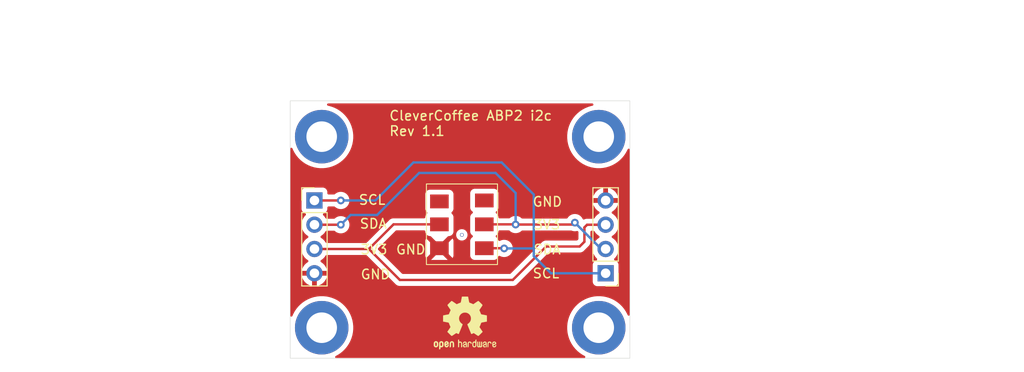
<source format=kicad_pcb>
(kicad_pcb (version 20241229) (generator "pcbnew") (generator_version "9.0")
  (title_block (comment 4 "AISLER Project ID: LHCBXWYG"))
  (layers (0 "F.Cu" signal) (2 "B.Cu" signal) (13 "F.Paste" user) (15 "B.Paste" user) (5 "F.SilkS" user "F.Silkscreen") (7 "B.SilkS" user "B.Silkscreen") (1 "F.Mask" user) (3 "B.Mask" user) (25 "Edge.Cuts" user))
  (net 0 "")
  (net 1 "GND")
  (net 2 "3V3")
  (net 5 "SDA")
  (net 6 "SCL")
  (footprint "Connector_PinHeader_2.54mm:PinHeader_1x04_P2.54mm_Vertical" (layer "F.Cu") (at 142.24 106.68)
    (property "Reference" "J1" (hide yes))
    (property "Value" "Screw_Terminal_01x04")
    (fp_line (start -1.33 -1.33) (end 0 -1.33) (stroke (width 0.12)) (layer "F.SilkS"))
    (fp_line (start -1.33 0) (end -1.33 -1.33) (stroke (width 0.12)) (layer "F.SilkS"))
    (fp_line (start -1.33 1.27) (end -1.33 8.95) (stroke (width 0.12)) (layer "F.SilkS"))
    (fp_line (start -1.33 1.27) (end 1.33 1.27) (stroke (width 0.12)) (layer "F.SilkS"))
    (fp_line (start -1.33 8.95) (end 1.33 8.95) (stroke (width 0.12)) (layer "F.SilkS"))
    (fp_line (start 1.33 1.27) (end 1.33 8.95) (stroke (width 0.12)) (layer "F.SilkS"))
    (pad "1" thru_hole rect (at 0 0) (size 1.7 1.7) (drill 1) (layers "*.Cu" "*.Mask") (net 6 "SCL"))
    (pad "2" thru_hole oval (at 0 2.54) (size 1.7 1.7) (drill 1) (layers "*.Cu" "*.Mask") (net 5 "SDA"))
    (pad "3" thru_hole oval (at 0 5.08) (size 1.7 1.7) (drill 1) (layers "*.Cu" "*.Mask") (net 2 "3V3"))
    (pad "4" thru_hole oval (at 0 7.62) (size 1.7 1.7) (drill 1) (layers "*.Cu" "*.Mask") (net 1 "GND"))
  )
  (footprint "custom:ABP2LANT010BG2A3XX" (layer "F.Cu") (at 154.07 113.28 90)
    (property "Reference" "S1" (hide yes))
    (property "Value" "ABP2LANT010BG2A3XX")
    (fp_rect (start -0.11 -0.11) (end 8.33 7.33) (stroke (width 0.1)) (fill no) (layer "F.SilkS"))
    (pad "" thru_hole custom (at 3 3.6 90) (size 0.4 0.4) (drill 0.3) (layers "*.Cu" "*.Mask") (clearance 0.39) (options (clearance outline) (anchor circle)) (primitives))
    (pad "1" smd rect (at 1.6 1.25 90) (size 1.45 1.95) (layers "F.Cu" "F.Mask" "F.Paste") (net 1 "GND"))
    (pad "2" smd rect (at 4.1 1.25 90) (size 1.45 1.95) (layers "F.Cu" "F.Mask" "F.Paste") (net 2 "3V3"))
    (pad "3" smd rect (at 6.5 1.25 90) (size 1.45 1.95) (layers "F.Cu" "F.Mask" "F.Paste"))
    (pad "4" smd rect (at 6.6 5.95 90) (size 1.45 1.95) (layers "F.Cu" "F.Mask" "F.Paste"))
    (pad "5" smd rect (at 4.1 5.95 90) (size 1.45 1.95) (layers "F.Cu" "F.Mask" "F.Paste") (net 5 "SDA"))
    (pad "6" smd rect (at 1.6 5.95 90) (size 1.45 1.95) (layers "F.Cu" "F.Mask" "F.Paste") (net 6 "SCL"))
  )
  (footprint "Connector_PinHeader_2.54mm:PinHeader_1x04_P2.54mm_Vertical" (layer "F.Cu") (at 172.72 114.3 180)
    (property "Reference" "J2" (hide yes))
    (property "Value" "Screw_Terminal_01x04")
    (fp_line (start 1.33 1.27) (end 1.33 8.95) (stroke (width 0.12)) (layer "F.SilkS"))
    (fp_line (start -1.33 8.95) (end 1.33 8.95) (stroke (width 0.12)) (layer "F.SilkS"))
    (fp_line (start -1.33 1.27) (end 1.33 1.27) (stroke (width 0.12)) (layer "F.SilkS"))
    (fp_line (start -1.33 1.27) (end -1.33 8.95) (stroke (width 0.12)) (layer "F.SilkS"))
    (fp_line (start -1.33 0) (end -1.33 -1.33) (stroke (width 0.12)) (layer "F.SilkS"))
    (fp_line (start -1.33 -1.33) (end 0 -1.33) (stroke (width 0.12)) (layer "F.SilkS"))
    (pad "1" thru_hole rect (at 0 0 180) (size 1.7 1.7) (drill 1) (layers "*.Cu" "*.Mask") (net 6 "SCL"))
    (pad "2" thru_hole oval (at 0 2.54 180) (size 1.7 1.7) (drill 1) (layers "*.Cu" "*.Mask") (net 5 "SDA"))
    (pad "3" thru_hole oval (at 0 5.08 180) (size 1.7 1.7) (drill 1) (layers "*.Cu" "*.Mask") (net 2 "3V3"))
    (pad "4" thru_hole oval (at 0 7.62 180) (size 1.7 1.7) (drill 1) (layers "*.Cu" "*.Mask") (net 1 "GND"))
  )
  (footprint "MountingHole:MountingHole_3.2mm_M3_DIN965_Pad" (layer "F.Cu") (at 143 120)
    (property "Reference" "REF**" (hide yes))
    (property "Value" "MountingHole_3.2mm_M3_DIN965_Pad")
    (pad "1" thru_hole circle (at 0 0) (size 5.6 5.6) (drill 3.2) (layers "*.Cu" "*.Mask"))
  )
  (footprint "MountingHole:MountingHole_3.2mm_M3_DIN965_Pad" (layer "F.Cu") (at 172 120)
    (property "Reference" "REF**" (hide yes))
    (property "Value" "MountingHole_3.2mm_M3_DIN965_Pad")
    (pad "1" thru_hole circle (at 0 0) (size 5.6 5.6) (drill 3.2) (layers "*.Cu" "*.Mask"))
  )
  (footprint "MountingHole:MountingHole_3.2mm_M3_DIN965_Pad" (layer "F.Cu") (at 143 100)
    (property "Reference" "REF**" (hide yes))
    (property "Value" "MountingHole_3.2mm_M3_DIN965_Pad")
    (pad "1" thru_hole circle (at 0 0) (size 5.6 5.6) (drill 3.2) (layers "*.Cu" "*.Mask"))
  )
  (footprint "MountingHole:MountingHole_3.2mm_M3_DIN965_Pad" (layer "F.Cu") (at 172 100)
    (property "Reference" "REF**" (hide yes))
    (property "Value" "MountingHole_3.2mm_M3_DIN965_Pad")
    (pad "1" thru_hole circle (at 0 0) (size 5.6 5.6) (drill 3.2) (layers "*.Cu" "*.Mask"))
  )
  (footprint "Symbol:OSHW-Logo2_7.3x6mm_SilkScreen" (layer "F.Cu") (at 158 119.5)
    (property "Reference" "REF**" (hide yes))
    (property "Value" "OSHW-Logo2_7.3x6mm_SilkScreen" (hide yes))
    (fp_poly (pts (xy 2.6526 1.958752) (xy 2.669948 1.966334) (xy 2.711356 1.999128) (xy 2.746765 2.046547) (xy 2.768664 2.097151) (xy 2.772229 2.122098) (xy 2.760279 2.156927) (xy 2.734067 2.175357) (xy 2.705964 2.186516) (xy 2.693095 2.188572) (xy 2.686829 2.173649) (xy 2.674456 2.141175) (xy 2.669028 2.126502) (xy 2.63859 2.075744) (xy 2.59452 2.050427) (xy 2.53801 2.051206) (xy 2.533825 2.052203) (xy 2.503655 2.066507) (xy 2.481476 2.094393) (xy 2.466327 2.139287) (xy 2.45725 2.204615) (xy 2.453286 2.293804) (xy 2.452914 2.341261) (xy 2.45273 2.416071) (xy 2.451522 2.467069) (xy 2.448309 2.499471) (xy 2.442109 2.518495) (xy 2.43194 2.529356) (xy 2.416819 2.537272) (xy 2.415946 2.53767) (xy 2.386828 2.549981) (xy 2.372403 2.554514) (xy 2.370186 2.540809) (xy 2.368289 2.502925) (xy 2.366847 2.445715) (xy 2.365998 2.374027) (xy 2.365829 2.321565) (xy 2.366692 2.220047) (xy 2.37007 2.143032) (xy 2.377142 2.086023) (xy 2.389088 2.044526) (xy 2.40709 2.014043) (xy 2.432327 1.99008) (xy 2.457247 1.973355) (xy 2.517171 1.951097) (xy 2.586911 1.946076) (xy 2.6526 1.958752)) (stroke (width 0.01)) (fill yes) (layer "F.SilkS"))
    (fp_poly (pts (xy -1.283907 1.92778) (xy -1.237328 1.954723) (xy -1.204943 1.981466) (xy -1.181258 2.009484) (xy -1.164941 2.043748) (xy -1.154661 2.089227) (xy -1.149086 2.150892) (xy -1.146884 2.233711) (xy -1.146629 2.293246) (xy -1.146629 2.512391) (xy -1.208314 2.540044) (xy -1.27 2.567697) (xy -1.277257 2.32767) (xy -1.280256 2.238028) (xy -1.283402 2.172962) (xy -1.287299 2.128026) (xy -1.292553 2.09877) (xy -1.299769 2.080748) (xy -1.30955 2.069511) (xy -1.312688 2.067079) (xy -1.360239 2.048083) (xy -1.408303 2.0556) (xy -1.436914 2.075543) (xy -1.448553 2.089675) (xy -1.456609 2.10822) (xy -1.461729 2.136334) (xy -1.464559 2.179173) (xy -1.465744 2.241895) (xy -1.465943 2.307261) (xy -1.465982 2.389268) (xy -1.467386 2.447316) (xy -1.472086 2.486465) (xy -1.482013 2.51178) (xy -1.499097 2.528323) (xy -1.525268 2.541156) (xy -1.560225 2.554491) (xy -1.598404 2.569007) (xy -1.593859 2.311389) (xy -1.592029 2.218519) (xy -1.589888 2.149889) (xy -1.586819 2.100711) (xy -1.582206 2.066198) (xy -1.575432 2.041562) (xy -1.565881 2.022016) (xy -1.554366 2.00477) (xy -1.49881 1.94968) (xy -1.43102 1.917822) (xy -1.357287 1.910191) (xy -1.283907 1.92778)) (stroke (width 0.01)) (fill yes) (layer "F.SilkS"))
    (fp_poly (pts (xy 0.529926 1.949755) (xy 0.595858 1.974084) (xy 0.649273 2.017117) (xy 0.670164 2.047409) (xy 0.692939 2.102994) (xy 0.692466 2.143186) (xy 0.668562 2.170217) (xy 0.659717 2.174813) (xy 0.62153 2.189144) (xy 0.602028 2.185472) (xy 0.595422 2.161407) (xy 0.595086 2.148114) (xy 0.582992 2.09921) (xy 0.551471 2.064999) (xy 0.507659 2.048476) (xy 0.458695 2.052634) (xy 0.418894 2.074227) (xy 0.40545 2.086544) (xy 0.395921 2.101487) (xy 0.389485 2.124075) (xy 0.385317 2.159328) (xy 0.382597 2.212266) (xy 0.380502 2.287907) (xy 0.37996 2.311857) (xy 0.377981 2.39379) (xy 0.375731 2.451455) (xy 0.372357 2.489608) (xy 0.367006 2.513004) (xy 0.358824 2.526398) (xy 0.346959 2.534545) (xy 0.339362 2.538144) (xy 0.307102 2.550452) (xy 0.288111 2.554514) (xy 0.281836 2.540948) (xy 0.278006 2.499934) (xy 0.2766 2.430999) (xy 0.277598 2.333669) (xy 0.277908 2.318657) (xy 0.280101 2.229859) (xy 0.282693 2.165019) (xy 0.286382 2.119067) (xy 0.291864 2.086935) (xy 0.299835 2.063553) (xy 0.310993 2.043852) (xy 0.31683 2.03541) (xy 0.350296 1.998057) (xy 0.387727 1.969003) (xy 0.392309 1.966467) (xy 0.459426 1.946443) (xy 0.529926 1.949755)) (stroke (width 0.01)) (fill yes) (layer "F.SilkS"))
    (fp_poly (pts (xy -0.624114 1.851289) (xy -0.619861 1.910613) (xy -0.614975 1.945572) (xy -0.608205 1.96082) (xy -0.598298 1.961015) (xy -0.595086 1.959195) (xy -0.552356 1.946015) (xy -0.496773 1.946785) (xy -0.440263 1.960333) (xy -0.404918 1.977861) (xy -0.368679 2.005861) (xy -0.342187 2.037549) (xy -0.324001 2.077813) (xy -0.312678 2.131543) (xy -0.306778 2.203626) (xy -0.304857 2.298951) (xy -0.304823 2.317237) (xy -0.3048 2.522646) (xy -0.350509 2.53858) (xy -0.382973 2.54942) (xy -0.400785 2.554468) (xy -0.401309 2.554514) (xy -0.403063 2.540828) (xy -0.404556 2.503076) (xy -0.405674 2.446224) (xy -0.406303 2.375234) (xy -0.4064 2.332073) (xy -0.406602 2.246973) (xy -0.407642 2.185981) (xy -0.410169 2.144177) (xy -0.414836 2.116642) (xy -0.422293 2.098456) (xy -0.433189 2.084698) (xy -0.439993 2.078073) (xy -0.486728 2.051375) (xy -0.537728 2.049375) (xy -0.583999 2.071955) (xy -0.592556 2.080107) (xy -0.605107 2.095436) (xy -0.613812 2.113618) (xy -0.619369 2.139909) (xy -0.622474 2.179562) (xy -0.623824 2.237832) (xy -0.624114 2.318173) (xy -0.624114 2.522646) (xy -0.669823 2.53858) (xy -0.702287 2.54942) (xy -0.720099 2.554468) (xy -0.720623 2.554514) (xy -0.721963 2.540623) (xy -0.723172 2.501439) (xy -0.724199 2.4407) (xy -0.724998 2.362141) (xy -0.725519 2.269498) (xy -0.725714 2.166509) (xy -0.725714 1.769342) (xy -0.678543 1.749444) (xy -0.631371 1.729547) (xy -0.624114 1.851289)) (stroke (width 0.01)) (fill yes) (layer "F.SilkS"))
    (fp_poly (pts (xy 1.779833 1.958663) (xy 1.782048 1.99685) (xy 1.783784 2.054886) (xy 1.784899 2.12818) (xy 1.785257 2.205055) (xy 1.785257 2.465196) (xy 1.739326 2.511127) (xy 1.707675 2.539429) (xy 1.67989 2.550893) (xy 1.641915 2.550168) (xy 1.62684 2.548321) (xy 1.579726 2.542948) (xy 1.540756 2.539869) (xy 1.531257 2.539585) (xy 1.499233 2.541445) (xy 1.453432 2.546114) (xy 1.435674 2.548321) (xy 1.392057 2.551735) (xy 1.362745 2.54432) (xy 1.33368 2.521427) (xy 1.323188 2.511127) (xy 1.277257 2.465196) (xy 1.277257 1.978602) (xy 1.314226 1.961758) (xy 1.346059 1.949282) (xy 1.364683 1.944914) (xy 1.369458 1.958718) (xy 1.373921 1.997286) (xy 1.377775 2.056356) (xy 1.380722 2.131663) (xy 1.382143 2.195286) (xy 1.386114 2.445657) (xy 1.420759 2.450556) (xy 1.452268 2.447131) (xy 1.467708 2.436041) (xy 1.472023 2.415308) (xy 1.475708 2.371145) (xy 1.478469 2.309146) (xy 1.480012 2.234909) (xy 1.480235 2.196706) (xy 1.480457 1.976783) (xy 1.526166 1.960849) (xy 1.558518 1.950015) (xy 1.576115 1.944962) (xy 1.576623 1.944914) (xy 1.578388 1.958648) (xy 1.580329 1.99673) (xy 1.582282 2.054482) (xy 1.584084 2.127227) (xy 1.585343 2.195286) (xy 1.589314 2.445657) (xy 1.6764 2.445657) (xy 1.680396 2.21724) (xy 1.684392 1.988822) (xy 1.726847 1.966868) (xy 1.758192 1.951793) (xy 1.776744 1.944951) (xy 1.777279 1.944914) (xy 1.779833 1.958663)) (stroke (width 0.01)) (fill yes) (layer "F.SilkS"))
    (fp_poly (pts (xy -2.958885 1.921962) (xy -2.890855 1.957733) (xy -2.840649 2.015301) (xy -2.822815 2.052312) (xy -2.808937 2.107882) (xy -2.801833 2.178096) (xy -2.80116 2.254727) (xy -2.806573 2.329552) (xy -2.81773 2.394342) (xy -2.834286 2.440873) (xy -2.839374 2.448887) (xy -2.899645 2.508707) (xy -2.971231 2.544535) (xy -3.048908 2.55502) (xy -3.127452 2.53881) (xy -3.149311 2.529092) (xy -3.191878 2.499143) (xy -3.229237 2.459433) (xy -3.232768 2.454397) (xy -3.247119 2.430124) (xy -3.256606 2.404178) (xy -3.26221 2.370022) (xy -3.264914 2.321119) (xy -3.265701 2.250935) (xy -3.265714 2.2352) (xy -3.265678 2.230192) (xy -3.120571 2.230192) (xy -3.119727 2.29643) (xy -3.116404 2.340386) (xy -3.109417 2.368779) (xy -3.097584 2.388325) (xy -3.091543 2.394857) (xy -3.056814 2.41968) (xy -3.023097 2.418548) (xy -2.989005 2.397016) (xy -2.968671 2.374029) (xy -2.956629 2.340478) (xy -2.949866 2.287569) (xy -2.949402 2.281399) (xy -2.948248 2.185513) (xy -2.960312 2.114299) (xy -2.98543 2.068194) (xy -3.02344 2.047635) (xy -3.037008 2.046514) (xy -3.072636 2.052152) (xy -3.097006 2.071686) (xy -3.111907 2.109042) (xy -3.119125 2.16815) (xy -3.120571 2.230192) (xy -3.265678 2.230192) (xy -3.265174 2.160413) (xy -3.262904 2.108159) (xy -3.257932 2.071949) (xy -3.249287 2.045299) (xy -3.235995 2.021722) (xy -3.233057 2.017338) (xy -3.183687 1.958249) (xy -3.129891 1.923947) (xy -3.064398 1.910331) (xy -3.042158 1.909665) (xy -2.958885 1.921962)) (stroke (width 0.01)) (fill yes) (layer "F.SilkS"))
    (fp_poly (pts (xy 3.153595 1.966966) (xy 3.211021 2.004497) (xy 3.238719 2.038096) (xy 3.260662 2.099064) (xy 3.262405 2.147308) (xy 3.258457 2.211816) (xy 3.109686 2.276934) (xy 3.037349 2.310202) (xy 2.990084 2.336964) (xy 2.965507 2.360144) (xy 2.961237 2.382667) (xy 2.974889 2.407455) (xy 2.989943 2.423886) (xy 3.033746 2.450235) (xy 3.081389 2.452081) (xy 3.125145 2.431546) (xy 3.157289 2.390752) (xy 3.163038 2.376347) (xy 3.190576 2.331356) (xy 3.222258 2.312182) (xy 3.265714 2.295779) (xy 3.265714 2.357966) (xy 3.261872 2.400283) (xy 3.246823 2.435969) (xy 3.21528 2.476943) (xy 3.210592 2.482267) (xy 3.175506 2.51872) (xy 3.145347 2.538283) (xy 3.107615 2.547283) (xy 3.076335 2.55023) (xy 3.020385 2.550965) (xy 2.980555 2.54166) (xy 2.955708 2.527846) (xy 2.916656 2.497467) (xy 2.889625 2.464613) (xy 2.872517 2.423294) (xy 2.863238 2.367521) (xy 2.859693 2.291305) (xy 2.85941 2.252622) (xy 2.860372 2.206247) (xy 2.948007 2.206247) (xy 2.949023 2.231126) (xy 2.951556 2.2352) (xy 2.968274 2.229665) (xy 3.004249 2.215017) (xy 3.052331 2.19419) (xy 3.062386 2.189714) (xy 3.123152 2.158814) (xy 3.156632 2.131657) (xy 3.16399 2.10622) (xy 3.146391 2.080481) (xy 3.131856 2.069109) (xy 3.07941 2.046364) (xy 3.030322 2.050122) (xy 2.989227 2.077884) (xy 2.960758 2.127152) (xy 2.951631 2.166257) (xy 2.948007 2.206247) (xy 2.860372 2.206247) (xy 2.861285 2.162249) (xy 2.868196 2.095384) (xy 2.881884 2.046695) (xy 2.904096 2.010849) (xy 2.936574 1.982513) (xy 2.950733 1.973355) (xy 3.015053 1.949507) (xy 3.085473 1.948006) (xy 3.153595 1.966966)) (stroke (width 0.01)) (fill yes) (layer "F.SilkS"))
    (fp_poly (pts (xy 1.190117 2.065358) (xy 1.189933 2.173837) (xy 1.189219 2.257287) (xy 1.187675 2.319704) (xy 1.185001 2.365085) (xy 1.180894 2.397429) (xy 1.175055 2.420733) (xy 1.167182 2.438995) (xy 1.161221 2.449418) (xy 1.111855 2.505945) (xy 1.049264 2.541377) (xy 0.980013 2.55409) (xy 0.910668 2.542463) (xy 0.869375 2.521568) (xy 0.826025 2.485422) (xy 0.796481 2.441276) (xy 0.778655 2.383462) (xy 0.770463 2.306313) (xy 0.769302 2.249714) (xy 0.769458 2.245647) (xy 0.870857 2.245647) (xy 0.871476 2.31055) (xy 0.874314 2.353514) (xy 0.88084 2.381622) (xy 0.892523 2.401953) (xy 0.906483 2.417288) (xy 0.953365 2.44689) (xy 1.003701 2.449419) (xy 1.051276 2.424705) (xy 1.054979 2.421356) (xy 1.070783 2.403935) (xy 1.080693 2.383209) (xy 1.086058 2.352362) (xy 1.088228 2.304577) (xy 1.088571 2.251748) (xy 1.087827 2.185381) (xy 1.084748 2.141106) (xy 1.078061 2.112009) (xy 1.066496 2.091173) (xy 1.057013 2.080107) (xy 1.01296 2.052198) (xy 0.962224 2.048843) (xy 0.913796 2.070159) (xy 0.90445 2.078073) (xy 0.88854 2.095647) (xy 0.87861 2.116587) (xy 0.873278 2.147782) (xy 0.871163 2.196122) (xy 0.870857 2.245647) (xy 0.769458 2.245647) (xy 0.77281 2.158568) (xy 0.784726 2.090086) (xy 0.807135 2.0386) (xy 0.842124 1.998443) (xy 0.869375 1.977861) (xy 0.918907 1.955625) (xy 0.976316 1.945304) (xy 1.029682 1.948067) (xy 1.059543 1.959212) (xy 1.071261 1.962383) (xy 1.079037 1.950557) (xy 1.084465 1.918866) (xy 1.088571 1.870593) (xy 1.093067 1.816829) (xy 1.099313 1.784482) (xy 1.110676 1.765985) (xy 1.130528 1.75377) (xy 1.143 1.748362) (xy 1.190171 1.728601) (xy 1.190117 2.065358)) (stroke (width 0.01)) (fill yes) (layer "F.SilkS"))
    (fp_poly (pts (xy -1.831697 1.931239) (xy -1.774473 1.969735) (xy -1.730251 2.025335) (xy -1.703833 2.096086) (xy -1.69849 2.148162) (xy -1.699097 2.169893) (xy -1.704178 2.186531) (xy -1.718145 2.201437) (xy -1.745411 2.217973) (xy -1.790388 2.239498) (xy -1.857489 2.269374) (xy -1.857829 2.269524) (xy -1.919593 2.297813) (xy -1.970241 2.322933) (xy -2.004596 2.342179) (xy -2.017482 2.352848) (xy -2.017486 2.352934) (xy -2.006128 2.376166) (xy -1.979569 2.401774) (xy -1.949077 2.420221) (xy -1.93363 2.423886) (xy -1.891485 2.411212) (xy -1.855192 2.379471) (xy -1.837483 2.344572) (xy -1.820448 2.318845) (xy -1.787078 2.289546) (xy -1.747851 2.264235) (xy -1.713244 2.250471) (xy -1.706007 2.249714) (xy -1.697861 2.26216) (xy -1.69737 2.293972) (xy -1.703357 2.336866) (xy -1.714643 2.382558) (xy -1.73005 2.422761) (xy -1.730829 2.424322) (xy -1.777196 2.489062) (xy -1.837289 2.533097) (xy -1.905535 2.554711) (xy -1.976362 2.552185) (xy -2.044196 2.523804) (xy -2.047212 2.521808) (xy -2.100573 2.473448) (xy -2.13566 2.410352) (xy -2.155078 2.327387) (xy -2.157684 2.304078) (xy -2.162299 2.194055) (xy -2.156767 2.142748) (xy -2.017486 2.142748) (xy -2.015676 2.174753) (xy -2.005778 2.184093) (xy -1.981102 2.177105) (xy -1.942205 2.160587) (xy -1.898725 2.139881) (xy -1.897644 2.139333) (xy -1.860791 2.119949) (xy -1.846 2.107013) (xy -1.849647 2.093451) (xy -1.865005 2.075632) (xy -1.904077 2.049845) (xy -1.946154 2.04795) (xy -1.983897 2.066717) (xy -2.009966 2.102915) (xy -2.017486 2.142748) (xy -2.156767 2.142748) (xy -2.152806 2.106027) (xy -2.12845 2.036212) (xy -2.094544 1.987302) (xy -2.033347 1.937878) (xy -1.965937 1.913359) (xy -1.89712 1.911797) (xy -1.831697 1.931239)) (stroke (width 0.01)) (fill yes) (layer "F.SilkS"))
    (fp_poly (pts (xy 0.039744 1.950968) (xy 0.096616 1.972087) (xy 0.097267 1.972493) (xy 0.13244 1.99838) (xy 0.158407 2.028633) (xy 0.17667 2.068058) (xy 0.188732 2.121462) (xy 0.196096 2.193651) (xy 0.200264 2.289432) (xy 0.200629 2.303078) (xy 0.205876 2.508842) (xy 0.161716 2.531678) (xy 0.129763 2.54711) (xy 0.11047 2.554423) (xy 0.109578 2.554514) (xy 0.106239 2.541022) (xy 0.103587 2.504626) (xy 0.101956 2.451452) (xy 0.1016 2.408393) (xy 0.101592 2.338641) (xy 0.098403 2.294837) (xy 0.087288 2.273944) (xy 0.063501 2.272925) (xy 0.022296 2.288741) (xy -0.039914 2.317815) (xy -0.085659 2.341963) (xy -0.109187 2.362913) (xy -0.116104 2.385747) (xy -0.116114 2.386877) (xy -0.104701 2.426212) (xy -0.070908 2.447462) (xy -0.019191 2.450539) (xy 0.018061 2.450006) (xy 0.037703 2.460735) (xy 0.049952 2.486505) (xy 0.057002 2.519337) (xy 0.046842 2.537966) (xy 0.043017 2.540632) (xy 0.007001 2.55134) (xy -0.043434 2.552856) (xy -0.095374 2.545759) (xy -0.132178 2.532788) (xy -0.183062 2.489585) (xy -0.211986 2.429446) (xy -0.217714 2.382462) (xy -0.213343 2.340082) (xy -0.197525 2.305488) (xy -0.166203 2.274763) (xy -0.115322 2.24399) (xy -0.040824 2.209252) (xy -0.036286 2.207288) (xy 0.030821 2.176287) (xy 0.072232 2.150862) (xy 0.089981 2.128014) (xy 0.086107 2.104745) (xy 0.062643 2.078056) (xy 0.055627 2.071914) (xy 0.00863 2.0481) (xy -0.040067 2.049103) (xy -0.082478 2.072451) (xy -0.110616 2.115675) (xy -0.113231 2.12416) (xy -0.138692 2.165308) (xy -0.170999 2.185128) (xy -0.217714 2.20477) (xy -0.217714 2.15395) (xy -0.203504 2.080082) (xy -0.161325 2.012327) (xy -0.139376 1.989661) (xy -0.089483 1.960569) (xy -0.026033 1.9474) (xy 0.039744 1.950968)) (stroke (width 0.01)) (fill yes) (layer "F.SilkS"))
    (fp_poly (pts (xy -2.400256 1.919918) (xy -2.344799 1.947568) (xy -2.295852 1.99848) (xy -2.282371 2.017338) (xy -2.267686 2.042015) (xy -2.258158 2.068816) (xy -2.252707 2.104587) (xy -2.250253 2.156169) (xy -2.249714 2.224267) (xy -2.252148 2.317588) (xy -2.260606 2.387657) (xy -2.276826 2.439931) (xy -2.302546 2.479869) (xy -2.339503 2.512929) (xy -2.342218 2.514886) (xy -2.37864 2.534908) (xy -2.422498 2.544815) (xy -2.478276 2.547257) (xy -2.568952 2.547257) (xy -2.56899 2.635283) (xy -2.569834 2.684308) (xy -2.574976 2.713065) (xy -2.588413 2.730311) (xy -2.614142 2.744808) (xy -2.620321 2.747769) (xy -2.649236 2.761648) (xy -2.671624 2.770414) (xy -2.688271 2.771171) (xy -2.699964 2.761023) (xy -2.70749 2.737073) (xy -2.711634 2.696426) (xy -2.713185 2.636186) (xy -2.712929 2.553455) (xy -2.711651 2.445339) (xy -2.711252 2.413) (xy -2.709815 2.301524) (xy -2.708528 2.228603) (xy -2.569029 2.228603) (xy -2.568245 2.290499) (xy -2.56476 2.330997) (xy -2.556876 2.357708) (xy -2.542895 2.378244) (xy -2.533403 2.38826) (xy -2.494596 2.417567) (xy -2.460237 2.419952) (xy -2.424784 2.39575) (xy -2.423886 2.394857) (xy -2.409461 2.376153) (xy -2.400687 2.350732) (xy -2.396261 2.311584) (xy -2.394882 2.251697) (xy -2.394857 2.23843) (xy -2.398188 2.155901) (xy -2.409031 2.098691) (xy -2.42866 2.063766) (xy -2.45835 2.048094) (xy -2.475509 2.046514) (xy -2.516234 2.053926) (xy -2.544168 2.07833) (xy -2.560983 2.12298) (xy -2.56835 2.19113) (xy -2.569029 2.228603) (xy -2.708528 2.228603) (xy -2.708292 2.215245) (xy -2.706323 2.150333) (xy -2.70355 2.102958) (xy -2.699612 2.06929) (xy -2.694151 2.045498) (xy -2.686808 2.027753) (xy -2.677223 2.012224) (xy -2.673113 2.006381) (xy -2.618595 1.951185) (xy -2.549664 1.91989) (xy -2.469928 1.911165) (xy -2.400256 1.919918)) (stroke (width 0.01)) (fill yes) (layer "F.SilkS"))
    (fp_poly (pts (xy 2.144876 1.956335) (xy 2.186667 1.975344) (xy 2.219469 1.998378) (xy 2.243503 2.024133) (xy 2.260097 2.057358) (xy 2.270577 2.1028) (xy 2.276271 2.165207) (xy 2.278507 2.249327) (xy 2.278743 2.304721) (xy 2.278743 2.520826) (xy 2.241774 2.53767) (xy 2.212656 2.549981) (xy 2.198231 2.554514) (xy 2.195472 2.541025) (xy 2.193282 2.504653) (xy 2.191942 2.451542) (xy 2.191657 2.409372) (xy 2.190434 2.348447) (xy 2.187136 2.300115) (xy 2.182321 2.270518) (xy 2.178496 2.264229) (xy 2.152783 2.270652) (xy 2.112418 2.287125) (xy 2.065679 2.309458) (xy 2.020845 2.333457) (xy 1.986193 2.35493) (xy 1.970002 2.369685) (xy 1.969938 2.369845) (xy 1.97133 2.397152) (xy 1.983818 2.423219) (xy 2.005743 2.444392) (xy 2.037743 2.451474) (xy 2.065092 2.450649) (xy 2.103826 2.450042) (xy 2.124158 2.459116) (xy 2.136369 2.483092) (xy 2.137909 2.487613) (xy 2.143203 2.521806) (xy 2.129047 2.542568) (xy 2.092148 2.552462) (xy 2.052289 2.554292) (xy 1.980562 2.540727) (xy 1.943432 2.521355) (xy 1.897576 2.475845) (xy 1.873256 2.419983) (xy 1.871073 2.360957) (xy 1.891629 2.305953) (xy 1.922549 2.271486) (xy 1.95342 2.252189) (xy 2.001942 2.227759) (xy 2.058485 2.202985) (xy 2.06791 2.199199) (xy 2.130019 2.171791) (xy 2.165822 2.147634) (xy 2.177337 2.123619) (xy 2.16658 2.096635) (xy 2.148114 2.075543) (xy 2.104469 2.049572) (xy 2.056446 2.047624) (xy 2.012406 2.067637) (xy 1.980709 2.107551) (xy 1.976549 2.117848) (xy 1.952327 2.155724) (xy 1.916965 2.183842) (xy 1.872343 2.206917) (xy 1.872343 2.141485) (xy 1.874969 2.101506) (xy 1.88623 2.069997) (xy 1.911199 2.036378) (xy 1.935169 2.010484) (xy 1.972441 1.973817) (xy 2.001401 1.954121) (xy 2.032505 1.94622) (xy 2.067713 1.944914) (xy 2.144876 1.956335)) (stroke (width 0.01)) (fill yes) (layer "F.SilkS"))
    (fp_poly (pts (xy 0.10391 -2.757652) (xy 0.182454 -2.757222) (xy 0.239298 -2.756058) (xy 0.278105 -2.753793) (xy 0.302538 -2.75006) (xy 0.316262 -2.744494) (xy 0.32294 -2.736727) (xy 0.326236 -2.726395) (xy 0.326556 -2.725057) (xy 0.331562 -2.700921) (xy 0.340829 -2.653299) (xy 0.353392 -2.587259) (xy 0.368287 -2.507872) (xy 0.384551 -2.420204) (xy 0.385119 -2.417125) (xy 0.40141 -2.331211) (xy 0.416652 -2.255304) (xy 0.429861 -2.193955) (xy 0.440054 -2.151718) (xy 0.446248 -2.133145) (xy 0.446543 -2.132816) (xy 0.464788 -2.123747) (xy 0.502405 -2.108633) (xy 0.551271 -2.090738) (xy 0.551543 -2.090642) (xy 0.613093 -2.067507) (xy 0.685657 -2.038035) (xy 0.754057 -2.008403) (xy 0.757294 -2.006938) (xy 0.868702 -1.956374) (xy 1.115399 -2.12484) (xy 1.191077 -2.176197) (xy 1.259631 -2.222111) (xy 1.317088 -2.25997) (xy 1.359476 -2.287163) (xy 1.382825 -2.301079) (xy 1.385042 -2.302111) (xy 1.40201 -2.297516) (xy 1.433701 -2.275345) (xy 1.481352 -2.234553) (xy 1.546198 -2.174095) (xy 1.612397 -2.109773) (xy 1.676214 -2.046388) (xy 1.733329 -1.988549) (xy 1.780305 -1.939825) (xy 1.813703 -1.90379) (xy 1.830085 -1.884016) (xy 1.830694 -1.882998) (xy 1.832505 -1.869428) (xy 1.825683 -1.847267) (xy 1.80854 -1.813522) (xy 1.779393 -1.7652) (xy 1.736555 -1.699308) (xy 1.679448 -1.614483) (xy 1.628766 -1.539823) (xy 1.583461 -1.47286) (xy 1.54615 -1.417484) (xy 1.519452 -1.37758) (xy 1.505985 -1.357038) (xy 1.505137 -1.355644) (xy 1.506781 -1.335962) (xy 1.519245 -1.297707) (xy 1.540048 -1.248111) (xy 1.547462 -1.232272) (xy 1.579814 -1.16171) (xy 1.614328 -1.081647) (xy 1.642365 -1.012371) (xy 1.662568 -0.960955) (xy 1.678615 -0.921881) (xy 1.687888 -0.901459) (xy 1.689041 -0.899886) (xy 1.706096 -0.897279) (xy 1.746298 -0.890137) (xy 1.804302 -0.879477) (xy 1.874763 -0.866315) (xy 1.952335 -0.851667) (xy 2.031672 -0.836551) (xy 2.107431 -0.821982) (xy 2.174264 -0.808978) (xy 2.226828 -0.798555) (xy 2.259776 -0.79173) (xy 2.267857 -0.789801) (xy 2.276205 -0.785038) (xy 2.282506 -0.774282) (xy 2.287045 -0.753902) (xy 2.290104 -0.720266) (xy 2.291967 -0.669745) (xy 2.292918 -0.598708) (xy 2.29324 -0.503524) (xy 2.293257 -0.464508) (xy 2.293257 -0.147201) (xy 2.217057 -0.132161) (xy 2.174663 -0.124005) (xy 2.1114 -0.112101) (xy 2.034962 -0.097884) (xy 1.953043 -0.08279) (xy 1.9304 -0.078645) (xy 1.854806 -0.063947) (xy 1.788953 -0.049495) (xy 1.738366 -0.036625) (xy 1.708574 -0.026678) (xy 1.703612 -0.023713) (xy 1.691426 -0.002717) (xy 1.673953 0.037967) (xy 1.654577 0.090322) (xy 1.650734 0.1016) (xy 1.625339 0.171523) (xy 1.593817 0.250418) (xy 1.562969 0.321266) (xy 1.562817 0.321595) (xy 1.511447 0.432733) (xy 1.680399 0.681253) (xy 1.849352 0.929772) (xy 1.632429 1.147058) (xy 1.566819 1.211726) (xy 1.506979 1.268733) (xy 1.456267 1.315033) (xy 1.418046 1.347584) (xy 1.395675 1.363343) (xy 1.392466 1.364343) (xy 1.373626 1.356469) (xy 1.33518 1.334578) (xy 1.28133 1.301267) (xy 1.216276 1.259131) (xy 1.14594 1.211943) (xy 1.074555 1.16381) (xy 1.010908 1.121928) (xy 0.959041 1.088871) (xy 0.922995 1.067218) (xy 0.906867 1.059543) (xy 0.887189 1.066037) (xy 0.849875 1.08315) (xy 0.802621 1.107326) (xy 0.797612 1.110013) (xy 0.733977 1.141927) (xy 0.690341 1.157579) (xy 0.663202 1.157745) (xy 0.649057 1.143204) (xy 0.648975 1.143) (xy 0.641905 1.125779) (xy 0.625042 1.084899) (xy 0.599695 1.023525) (xy 0.567171 0.944819) (xy 0.528778 0.851947) (xy 0.485822 0.748072) (xy 0.444222 0.647502) (xy 0.398504 0.536516) (xy 0.356526 0.433703) (xy 0.319548 0.342215) (xy 0.288827 0.265201) (xy 0.265622 0.205815) (xy 0.25119 0.167209) (xy 0.246743 0.1528) (xy 0.257896 0.136272) (xy 0.287069 0.10993) (xy 0.325971 0.080887) (xy 0.436757 -0.010961) (xy 0.523351 -0.116241) (xy 0.584716 -0.232734) (xy 0.619815 -0.358224) (xy 0.627608 -0.490493) (xy 0.621943 -0.551543) (xy 0.591078 -0.678205) (xy 0.53792 -0.790059) (xy 0.465767 -0.885999) (xy 0.377917 -0.964924) (xy 0.277665 -1.02573) (xy 0.16831 -1.067313) (xy 0.053147 -1.088572) (xy -0.064525 -1.088401) (xy -0.18141 -1.065699) (xy -0.294211 -1.019362) (xy -0.399631 -0.948287) (xy -0.443632 -0.908089) (xy -0.528021 -0.804871) (xy -0.586778 -0.692075) (xy -0.620296 -0.57299) (xy -0.628965 -0.450905) (xy -0.613177 -0.329107) (xy -0.573322 -0.210884) (xy -0.509793 -0.099525) (xy -0.422979 0.001684) (xy -0.325971 0.080887) (xy -0.285563 0.111162) (xy -0.257018 0.137219) (xy -0.246743 0.152825) (xy -0.252123 0.169843) (xy -0.267425 0.2105) (xy -0.291388 0.271642) (xy -0.322756 0.350119) (xy -0.360268 0.44278) (xy -0.402667 0.546472) (xy -0.444337 0.647526) (xy -0.49031 0.758607) (xy -0.532893 0.861541) (xy -0.570779 0.953165) (xy -0.60266 1.030316) (xy -0.627229 1.089831) (xy -0.64318 1.128544) (xy -0.64909 1.143) (xy -0.663052 1.157685) (xy -0.69006 1.157642) (xy -0.733587 1.142099) (xy -0.79711 1.110284) (xy -0.797612 1.110013) (xy -0.84544 1.085323) (xy -0.884103 1.067338) (xy -0.905905 1.059614) (xy -0.906867 1.059543) (xy -0.923279 1.067378) (xy -0.959513 1.089165) (xy -1.011526 1.122328) (xy -1.075275 1.164291) (xy -1.14594 1.211943) (xy -1.217884 1.260191) (xy -1.282726 1.302151) (xy -1.336265 1.335227) (xy -1.374303 1.356821) (xy -1.392467 1.364343) (xy -1.409192 1.354457) (xy -1.44282 1.326826) (xy -1.48999 1.284495) (xy -1.547342 1.230505) (xy -1.611516 1.167899) (xy -1.632503 1.146983) (xy -1.849501 0.929623) (xy -1.684332 0.68722) (xy -1.634136 0.612781) (xy -1.590081 0.545972) (xy -1.554638 0.490665) (xy -1.530281 0.450729) (xy -1.519478 0.430036) (xy -1.519162 0.428563) (xy -1.524857 0.409058) (xy -1.540174 0.369822) (xy -1.562463 0.31743) (xy -1.578107 0.282355) (xy -1.607359 0.215201) (xy -1.634906 0.147358) (xy -1.656263 0.090034) (xy -1.662065 0.072572) (xy -1.678548 0.025938) (xy -1.69466 -0.010095) (xy -1.70351 -0.023713) (xy -1.72304 -0.032048) (xy -1.765666 -0.043863) (xy -1.825855 -0.057819) (xy -1.898078 -0.072578) (xy -1.9304 -0.078645) (xy -2.012478 -0.093727) (xy -2.091205 -0.108331) (xy -2.158891 -0.12102) (xy -2.20784 -0.130358) (xy -2.217057 -0.132161) (xy -2.293257 -0.147201) (xy -2.293257 -0.464508) (xy -2.293086 -0.568846) (xy -2.292384 -0.647787) (xy -2.290866 -0.704962) (xy -2.288251 -0.744001) (xy -2.284254 -0.768535) (xy -2.278591 -0.782195) (xy -2.27098 -0.788611) (xy -2.267857 -0.789801) (xy -2.249022 -0.79402) (xy -2.207412 -0.802438) (xy -2.14837 -0.814039) (xy -2.077243 -0.827805) (xy -1.999375 -0.84272) (xy -1.920113 -0.857768) (xy -1.844802 -0.871931) (xy -1.778787 -0.884194) (xy -1.727413 -0.893539) (xy -1.696025 -0.89895) (xy -1.689041 -0.899886) (xy -1.682715 -0.912404) (xy -1.66871 -0.945754) (xy -1.649645 -0.993623) (xy -1.642366 -1.012371) (xy -1.613004 -1.084805) (xy -1.578429 -1.16483) (xy -1.547463 -1.232272) (xy -1.524677 -1.283841) (xy -1.509518 -1.326215) (xy -1.504458 -1.352166) (xy -1.505264 -1.355644) (xy -1.515959 -1.372064) (xy -1.54038 -1.408583) (xy -1.575905 -1.461313) (xy -1.619913 -1.526365) (xy -1.669783 -1.599849) (xy -1.679644 -1.614355) (xy -1.737508 -1.700296) (xy -1.780044 -1.765739) (xy -1.808946 -1.813696) (xy -1.82591 -1.84718) (xy -1.832633 -1.869205) (xy -1.83081 -1.882783) (xy -1.830764 -1.882869) (xy -1.816414 -1.900703) (xy -1.784677 -1.935183) (xy -1.73899 -1.982732) (xy -1.682796 -2.039778) (xy -1.619532 -2.102745) (xy -1.612398 -2.109773) (xy -1.53267 -2.18698) (xy -1.471143 -2.24367) (xy -1.426579 -2.28089) (xy -1.397743 -2.299685) (xy -1.385042 -2.302111) (xy -1.366506 -2.291529) (xy -1.328039 -2.267084) (xy -1.273614 -2.231388) (xy -1.207202 -2.187053) (xy -1.132775 -2.136689) (xy -1.115399 -2.12484) (xy -0.868703 -1.956374) (xy -0.757294 -2.006938) (xy -0.689543 -2.036405) (xy -0.616817 -2.066041) (xy -0.554297 -2.08967) (xy -0.551543 -2.090642) (xy -0.50264 -2.108543) (xy -0.464943 -2.12368) (xy -0.446575 -2.13279) (xy -0.446544 -2.132816) (xy -0.440715 -2.149283) (xy -0.430808 -2.189781) (xy -0.417805 -2.249758) (xy -0.402691 -2.32466) (xy -0.386448 -2.409936) (xy -0.385119 -2.417125) (xy -0.368825 -2.504986) (xy -0.353867 -2.58474) (xy -0.341209 -2.651319) (xy -0.331814 -2.699653) (xy -0.326646 -2.724675) (xy -0.326556 -2.725057) (xy -0.323411 -2.735701) (xy -0.317296 -2.743738) (xy -0.304547 -2.749533) (xy -0.2815 -2.753453) (xy -0.244491 -2.755865) (xy -0.189856 -2.757135) (xy -0.113933 -2.757629) (xy -0.013056 -2.757714) (xy 0 -2.757714) (xy 0.10391 -2.757652)) (stroke (width 0.01)) (fill yes) (layer "F.SilkS"))
  )
  (gr_rect (start 139.7 96.25) (end 175.26 123.19) (stroke (width 0.05)) (fill no) (layer "Edge.Cuts"))
  (gr_text "3V3" (at 165.1 109.8 0) (layer "F.SilkS") (effects (font (size 1 1)) (justify left bottom)))
  (gr_text "GND" (at 165 107.4 0) (layer "F.SilkS") (effects (font (size 1 1)) (justify left bottom)))
  (gr_text "SDA" (at 146.9 109.7 0) (layer "F.SilkS") (effects (font (size 1 1)) (justify left bottom)))
  (gr_text "SDA" (at 165.1 112.4 0) (layer "F.SilkS") (effects (font (size 1 1)) (justify left bottom)))
  (gr_text "GND" (at 147 115 0) (layer "F.SilkS") (effects (font (size 1 1)) (justify left bottom)))
  (gr_text "SCL" (at 165 114.9 0) (layer "F.SilkS") (effects (font (size 1 1)) (justify left bottom)))
  (gr_text "SCL" (at 146.8 107.2 0) (layer "F.SilkS") (effects (font (size 1 1)) (justify left bottom)))
  (gr_text "GND" (at 150.7 112.4 0) (layer "F.SilkS") (effects (font (size 1 1)) (justify left bottom)))
  (gr_text "3V3" (at 147 112.4 0) (layer "F.SilkS") (effects (font (size 1 1)) (justify left bottom)))
  (gr_text "CleverCoffee ABP2 i2c \nRev 1.1\n" (at 150 100 0) (layer "F.SilkS") (effects (font (size 1 1)) (justify left bottom)))
  (segment (start 150.52 109.18) (end 155.32 109.18) (width 0.25) (layer "F.Cu") (net 2))
  (segment (start 151.18 115) (end 147.94 111.76) (width 0.25) (layer "F.Cu") (net 2))
  (segment (start 142.24 111.76) (end 147.94 111.76) (width 0.25) (layer "F.Cu") (net 2))
  (segment (start 172.72 109.22) (end 170.78 109.22) (width 0.25) (layer "F.Cu") (net 2))
  (segment (start 166.5 111.5) (end 163 115) (width 0.25) (layer "F.Cu") (net 2))
  (segment (start 163 115) (end 151.18 115) (width 0.25) (layer "F.Cu") (net 2))
  (segment (start 170 111.5) (end 166.5 111.5) (width 0.25) (layer "F.Cu") (net 2))
  (segment (start 170.78 109.22) (end 170.5 109.5) (width 0.25) (layer "F.Cu") (net 2))
  (segment (start 170.5 111) (end 170 111.5) (width 0.25) (layer "F.Cu") (net 2))
  (segment (start 147.94 111.76) (end 150.52 109.18) (width 0.25) (layer "F.Cu") (net 2))
  (segment (start 170.5 109.5) (end 170.5 111) (width 0.25) (layer "F.Cu") (net 2))
  (segment (start 163.3 109.2) (end 163.28 109.18) (width 0.25) (layer "F.Cu") (net 5))
  (segment (start 163.3 109.2) (end 169.3 109.2) (width 0.25) (layer "F.Cu") (net 5))
  (segment (start 163.28 109.18) (end 160.02 109.18) (width 0.25) (layer "F.Cu") (net 5))
  (segment (start 169.3 109.2) (end 169.5 109) (width 0.25) (layer "F.Cu") (net 5))
  (segment (start 145 109.22) (end 142.24 109.22) (width 0.25) (layer "F.Cu") (net 5))
  (via (at 163.3 109.2) (size 0.8) (drill 0.4) (layers "F.Cu" "B.Cu") (net 5))
  (via (at 145 109.22) (size 0.8) (drill 0.4) (layers "F.Cu" "B.Cu") (net 5))
  (via (at 169.5 109) (size 0.8) (drill 0.4) (layers "F.Cu" "B.Cu") (net 5))
  (segment (start 169.5 109) (end 172.26 111.76) (width 0.25) (layer "B.Cu") (net 5))
  (segment (start 148.8 108.2) (end 153.2 103.8) (width 0.25) (layer "B.Cu") (net 5))
  (segment (start 153.2 103.8) (end 161.2 103.8) (width 0.25) (layer "B.Cu") (net 5))
  (segment (start 163.3 105.9) (end 163.3 109.2) (width 0.25) (layer "B.Cu") (net 5))
  (segment (start 161.2 103.8) (end 163.3 105.9) (width 0.25) (layer "B.Cu") (net 5))
  (segment (start 146.02 108.2) (end 148.8 108.2) (width 0.25) (layer "B.Cu") (net 5))
  (segment (start 145 109.22) (end 146.02 108.2) (width 0.25) (layer "B.Cu") (net 5))
  (segment (start 172.26 111.76) (end 172.72 111.76) (width 0.25) (layer "B.Cu") (net 5))
  (segment (start 160.02 111.68) (end 162.08 111.68) (width 0.25) (layer "F.Cu") (net 6))
  (segment (start 145 106.68) (end 142.24 106.68) (width 0.25) (layer "F.Cu") (net 6))
  (segment (start 162.08 111.68) (end 162.1 111.7) (width 0.25) (layer "F.Cu") (net 6))
  (via (at 145 106.68) (size 0.8) (drill 0.4) (layers "F.Cu" "B.Cu") (net 6))
  (via (at 162.1 111.7) (size 0.8) (drill 0.4) (layers "F.Cu" "B.Cu") (net 6))
  (segment (start 148.62 106.68) (end 152.6 102.7) (width 0.25) (layer "B.Cu") (net 6))
  (segment (start 167 114.3) (end 172.72 114.3) (width 0.25) (layer "B.Cu") (net 6))
  (segment (start 165.2 111.6) (end 165.2 112.5) (width 0.25) (layer "B.Cu") (net 6))
  (segment (start 165.2 106.063604) (end 165.2 111.6) (width 0.25) (layer "B.Cu") (net 6))
  (segment (start 165.1 111.7) (end 165.2 111.6) (width 0.25) (layer "B.Cu") (net 6))
  (segment (start 152.6 102.7) (end 161.836396 102.7) (width 0.25) (layer "B.Cu") (net 6))
  (segment (start 165.2 112.5) (end 167 114.3) (width 0.25) (layer "B.Cu") (net 6))
  (segment (start 161.836396 102.7) (end 165.2 106.063604) (width 0.25) (layer "B.Cu") (net 6))
  (segment (start 145 106.68) (end 148.62 106.68) (width 0.25) (layer "B.Cu") (net 6))
  (segment (start 162.1 111.7) (end 165.1 111.7) (width 0.25) (layer "B.Cu") (net 6))
  (zone (net 1) (net_name "GND") (layer "F.Cu") (connect_pads (clearance 0.5)) (min_thickness 0.25) (fill yes (thermal_gap 0.5) (thermal_bridge_width 0.5))
    (polygon (pts (xy 152.4 96.52) (xy 139.7 96.52) (xy 139.7 123.19) (xy 175.26 123.19) (xy 175.26 96.52)))
  )
)
</source>
